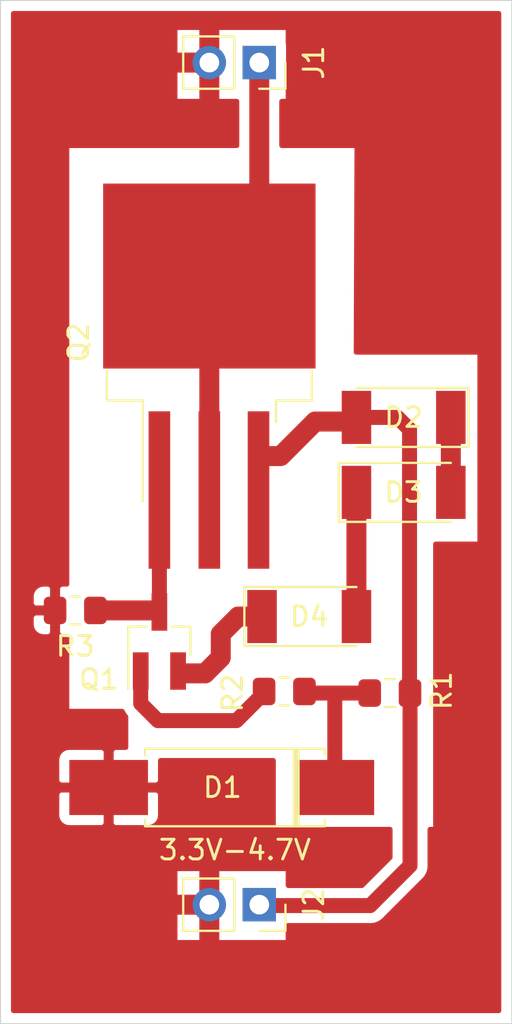
<source format=kicad_pcb>
(kicad_pcb (version 20171130) (host pcbnew 5.99.0+really5.1.10+dfsg1-1)

  (general
    (thickness 1.6)
    (drawings 4)
    (tracks 41)
    (zones 0)
    (modules 11)
    (nets 10)
  )

  (page A4)
  (layers
    (0 F.Cu signal)
    (31 B.Cu signal)
    (32 B.Adhes user)
    (33 F.Adhes user)
    (34 B.Paste user)
    (35 F.Paste user)
    (36 B.SilkS user)
    (37 F.SilkS user)
    (38 B.Mask user)
    (39 F.Mask user)
    (40 Dwgs.User user)
    (41 Cmts.User user)
    (42 Eco1.User user)
    (43 Eco2.User user)
    (44 Edge.Cuts user)
    (45 Margin user)
    (46 B.CrtYd user)
    (47 F.CrtYd user)
    (48 B.Fab user)
    (49 F.Fab user hide)
  )

  (setup
    (last_trace_width 0.25)
    (user_trace_width 0.3048)
    (user_trace_width 0.4064)
    (user_trace_width 0.508)
    (user_trace_width 0.762)
    (user_trace_width 1.016)
    (trace_clearance 0.2)
    (zone_clearance 0.508)
    (zone_45_only no)
    (trace_min 0.2)
    (via_size 0.8)
    (via_drill 0.4)
    (via_min_size 0.4)
    (via_min_drill 0.3)
    (uvia_size 0.3)
    (uvia_drill 0.1)
    (uvias_allowed no)
    (uvia_min_size 0.2)
    (uvia_min_drill 0.1)
    (edge_width 0.05)
    (segment_width 0.2)
    (pcb_text_width 0.3)
    (pcb_text_size 1.5 1.5)
    (mod_edge_width 0.12)
    (mod_text_size 1 1)
    (mod_text_width 0.15)
    (pad_size 1.524 1.524)
    (pad_drill 0.762)
    (pad_to_mask_clearance 0)
    (aux_axis_origin 0 0)
    (visible_elements FFFFFF7F)
    (pcbplotparams
      (layerselection 0x010fc_ffffffff)
      (usegerberextensions false)
      (usegerberattributes true)
      (usegerberadvancedattributes true)
      (creategerberjobfile true)
      (excludeedgelayer true)
      (linewidth 0.050000)
      (plotframeref false)
      (viasonmask false)
      (mode 1)
      (useauxorigin false)
      (hpglpennumber 1)
      (hpglpenspeed 20)
      (hpglpendiameter 15.000000)
      (psnegative false)
      (psa4output false)
      (plotreference true)
      (plotvalue true)
      (plotinvisibletext false)
      (padsonsilk false)
      (subtractmaskfromsilk false)
      (outputformat 1)
      (mirror false)
      (drillshape 0)
      (scaleselection 1)
      (outputdirectory "gerber/"))
  )

  (net 0 "")
  (net 1 GNDA)
  (net 2 "Net-(D1-Pad1)")
  (net 3 VCC)
  (net 4 "Net-(D2-Pad1)")
  (net 5 "Net-(D3-Pad1)")
  (net 6 "Net-(D4-Pad1)")
  (net 7 +5V)
  (net 8 "Net-(Q1-Pad3)")
  (net 9 "Net-(Q1-Pad1)")

  (net_class Default "This is the default net class."
    (clearance 0.2)
    (trace_width 0.25)
    (via_dia 0.8)
    (via_drill 0.4)
    (uvia_dia 0.3)
    (uvia_drill 0.1)
    (add_net +5V)
    (add_net GNDA)
    (add_net "Net-(D1-Pad1)")
    (add_net "Net-(D2-Pad1)")
    (add_net "Net-(D3-Pad1)")
    (add_net "Net-(D4-Pad1)")
    (add_net "Net-(Q1-Pad1)")
    (add_net "Net-(Q1-Pad3)")
    (add_net VCC)
  )

  (module Package_TO_SOT_SMD:TO-263-3_TabPin2 (layer F.Cu) (tedit 6127791B) (tstamp 6127CB18)
    (at 70.62 55.38 90)
    (descr "TO-263 / D2PAK / DDPAK SMD package, http://www.infineon.com/cms/en/product/packages/PG-TO263/PG-TO263-3-1/")
    (tags "D2PAK DDPAK TO-263 D2PAK-3 TO-263-3 SOT-404")
    (path /612873F5)
    (attr smd)
    (fp_text reference Q2 (at 0 -6.65 90) (layer F.SilkS)
      (effects (font (size 1 1) (thickness 0.15)))
    )
    (fp_text value Q_PMOS_GDS (at 0 6.65 90) (layer F.Fab)
      (effects (font (size 1 1) (thickness 0.15)))
    )
    (fp_line (start 8.32 -5.65) (end -8.32 -5.65) (layer F.CrtYd) (width 0.05))
    (fp_line (start 8.32 5.65) (end 8.32 -5.65) (layer F.CrtYd) (width 0.05))
    (fp_line (start -8.32 5.65) (end 8.32 5.65) (layer F.CrtYd) (width 0.05))
    (fp_line (start -8.32 -5.65) (end -8.32 5.65) (layer F.CrtYd) (width 0.05))
    (fp_line (start -2.95 3.39) (end -4.05 3.39) (layer F.SilkS) (width 0.12))
    (fp_line (start -2.95 5.2) (end -2.95 3.39) (layer F.SilkS) (width 0.12))
    (fp_line (start -1.45 5.2) (end -2.95 5.2) (layer F.SilkS) (width 0.12))
    (fp_line (start -2.95 -3.39) (end -8.075 -3.39) (layer F.SilkS) (width 0.12))
    (fp_line (start -2.95 -5.2) (end -2.95 -3.39) (layer F.SilkS) (width 0.12))
    (fp_line (start -1.45 -5.2) (end -2.95 -5.2) (layer F.SilkS) (width 0.12))
    (fp_line (start -7.45 3.04) (end -2.75 3.04) (layer F.Fab) (width 0.1))
    (fp_line (start -7.45 2.04) (end -7.45 3.04) (layer F.Fab) (width 0.1))
    (fp_line (start -2.75 2.04) (end -7.45 2.04) (layer F.Fab) (width 0.1))
    (fp_line (start -7.45 0.5) (end -2.75 0.5) (layer F.Fab) (width 0.1))
    (fp_line (start -7.45 -0.5) (end -7.45 0.5) (layer F.Fab) (width 0.1))
    (fp_line (start -2.75 -0.5) (end -7.45 -0.5) (layer F.Fab) (width 0.1))
    (fp_line (start -7.45 -2.04) (end -2.75 -2.04) (layer F.Fab) (width 0.1))
    (fp_line (start -7.45 -3.04) (end -7.45 -2.04) (layer F.Fab) (width 0.1))
    (fp_line (start -2.75 -3.04) (end -7.45 -3.04) (layer F.Fab) (width 0.1))
    (fp_line (start -1.75 -5) (end 6.5 -5) (layer F.Fab) (width 0.1))
    (fp_line (start -2.75 -4) (end -1.75 -5) (layer F.Fab) (width 0.1))
    (fp_line (start -2.75 5) (end -2.75 -4) (layer F.Fab) (width 0.1))
    (fp_line (start 6.5 5) (end -2.75 5) (layer F.Fab) (width 0.1))
    (fp_line (start 6.5 -5) (end 6.5 5) (layer F.Fab) (width 0.1))
    (fp_line (start 7.5 5) (end 6.5 5) (layer F.Fab) (width 0.1))
    (fp_line (start 7.5 -5) (end 7.5 5) (layer F.Fab) (width 0.1))
    (fp_line (start 6.5 -5) (end 7.5 -5) (layer F.Fab) (width 0.1))
    (fp_text user %R (at 0 0 90) (layer F.Fab)
      (effects (font (size 1 1) (thickness 0.15)))
    )
    (pad "" smd rect (at 0.95 2.775 90) (size 4.55 5.25) (layers F.Paste))
    (pad "" smd rect (at 5.8 -2.775 90) (size 4.55 5.25) (layers F.Paste))
    (pad "" smd rect (at 0.95 -2.775 90) (size 4.55 5.25) (layers F.Paste))
    (pad "" smd rect (at 5.8 2.775 90) (size 4.55 5.25) (layers F.Paste))
    (pad 2 smd rect (at 3.375 0 90) (size 9.4 10.8) (layers F.Cu F.Mask)
      (net 7 +5V))
    (pad 3 smd rect (at -7.5 2.5 90) (size 8 1.1) (layers F.Cu F.Paste F.Mask)
      (net 3 VCC))
    (pad 2 smd rect (at -7.5 0 90) (size 8 1.1) (layers F.Cu F.Paste F.Mask)
      (net 7 +5V))
    (pad 1 smd rect (at -7.5 -2.54 90) (size 8 1.1) (layers F.Cu F.Paste F.Mask)
      (net 8 "Net-(Q1-Pad3)"))
    (model ${KISYS3DMOD}/Package_TO_SOT_SMD.3dshapes/TO-263-3_TabPin2.wrl
      (at (xyz 0 0 0))
      (scale (xyz 1 1 1))
      (rotate (xyz 0 0 0))
    )
  )

  (module Diode_THT:D_5W_P10.16mm_Horizontal (layer F.Cu) (tedit 612775A7) (tstamp 6127D541)
    (at 77 78 180)
    (descr "Diode, 5W series, Axial, Horizontal, pin pitch=10.16mm, , length*diameter=8.9*3.7mm^2, , http://www.diodes.com/_files/packages/8686949.gif")
    (tags "Diode 5W series Axial Horizontal pin pitch 10.16mm  length 8.9mm diameter 3.7mm")
    (path /61279B58)
    (fp_text reference D1 (at 5.715 0 180) (layer F.SilkS)
      (effects (font (size 1 1) (thickness 0.15)))
    )
    (fp_text value "3.3V or 4.7V" (at 5.08 2.97 180) (layer F.Fab)
      (effects (font (size 1 1) (thickness 0.15)))
    )
    (fp_line (start 0.63 -1.85) (end 0.63 1.85) (layer F.Fab) (width 0.1))
    (fp_line (start 0.63 1.85) (end 9.53 1.85) (layer F.Fab) (width 0.1))
    (fp_line (start 9.53 1.85) (end 9.53 -1.85) (layer F.Fab) (width 0.1))
    (fp_line (start 9.53 -1.85) (end 0.63 -1.85) (layer F.Fab) (width 0.1))
    (fp_line (start 0 0) (end 0.63 0) (layer F.Fab) (width 0.1))
    (fp_line (start 10.16 0) (end 9.53 0) (layer F.Fab) (width 0.1))
    (fp_line (start 1.965 -1.85) (end 1.965 1.85) (layer F.Fab) (width 0.1))
    (fp_line (start 2.065 -1.85) (end 2.065 1.85) (layer F.Fab) (width 0.1))
    (fp_line (start 1.865 -1.85) (end 1.865 1.85) (layer F.Fab) (width 0.1))
    (fp_line (start 0.51 -1.64) (end 0.51 -1.97) (layer F.SilkS) (width 0.12))
    (fp_line (start 0.51 -1.97) (end 9.65 -1.97) (layer F.SilkS) (width 0.12))
    (fp_line (start 9.65 -1.97) (end 9.65 -1.64) (layer F.SilkS) (width 0.12))
    (fp_line (start 0.51 1.64) (end 0.51 1.97) (layer F.SilkS) (width 0.12))
    (fp_line (start 0.51 1.97) (end 9.65 1.97) (layer F.SilkS) (width 0.12))
    (fp_line (start 9.65 1.97) (end 9.65 1.64) (layer F.SilkS) (width 0.12))
    (fp_line (start 1.965 -1.97) (end 1.965 1.97) (layer F.SilkS) (width 0.12))
    (fp_line (start 2.085 -1.97) (end 2.085 1.97) (layer F.SilkS) (width 0.12))
    (fp_line (start 1.845 -1.97) (end 1.845 1.97) (layer F.SilkS) (width 0.12))
    (fp_line (start -1.65 -2.1) (end -1.65 2.1) (layer F.CrtYd) (width 0.05))
    (fp_line (start -1.65 2.1) (end 11.81 2.1) (layer F.CrtYd) (width 0.05))
    (fp_line (start 11.81 2.1) (end 11.81 -2.1) (layer F.CrtYd) (width 0.05))
    (fp_line (start 11.81 -2.1) (end -1.65 -2.1) (layer F.CrtYd) (width 0.05))
    (fp_text user %R (at 5.7475 0 180) (layer F.Fab)
      (effects (font (size 1 1) (thickness 0.15)))
    )
    (fp_text user K (at 0 -2.4 180) (layer F.Fab)
      (effects (font (size 1 1) (thickness 0.15)))
    )
    (fp_text user 3.3V-4.7V (at 5.08 -3.175 180) (layer F.SilkS)
      (effects (font (size 1 1) (thickness 0.15)))
    )
    (pad 1 smd rect (at 0 0 180) (size 4 2.8) (layers F.Cu F.Paste F.Mask)
      (net 2 "Net-(D1-Pad1)"))
    (pad 2 smd rect (at 11.5 0 180) (size 4 2.8) (layers F.Cu F.Paste F.Mask)
      (net 1 GNDA))
    (model ${KISYS3DMOD}/Diode_THT.3dshapes/D_5W_P10.16mm_Horizontal.wrl
      (at (xyz 0 0 0))
      (scale (xyz 1 1 1))
      (rotate (xyz 0 0 0))
    )
  )

  (module Resistor_SMD:R_0805_2012Metric_Pad1.15x1.40mm_HandSolder (layer F.Cu) (tedit 5B36C52B) (tstamp 6127CAA1)
    (at 63.8 69 180)
    (descr "Resistor SMD 0805 (2012 Metric), square (rectangular) end terminal, IPC_7351 nominal with elongated pad for handsoldering. (Body size source: https://docs.google.com/spreadsheets/d/1BsfQQcO9C6DZCsRaXUlFlo91Tg2WpOkGARC1WS5S8t0/edit?usp=sharing), generated with kicad-footprint-generator")
    (tags "resistor handsolder")
    (path /6129DB4E)
    (attr smd)
    (fp_text reference R3 (at 0 -1.825) (layer F.SilkS)
      (effects (font (size 1 1) (thickness 0.15)))
    )
    (fp_text value 10K (at 0 1.65) (layer F.Fab)
      (effects (font (size 1 1) (thickness 0.15)))
    )
    (fp_line (start 1.85 0.95) (end -1.85 0.95) (layer F.CrtYd) (width 0.05))
    (fp_line (start 1.85 -0.95) (end 1.85 0.95) (layer F.CrtYd) (width 0.05))
    (fp_line (start -1.85 -0.95) (end 1.85 -0.95) (layer F.CrtYd) (width 0.05))
    (fp_line (start -1.85 0.95) (end -1.85 -0.95) (layer F.CrtYd) (width 0.05))
    (fp_line (start -0.261252 0.71) (end 0.261252 0.71) (layer F.SilkS) (width 0.12))
    (fp_line (start -0.261252 -0.71) (end 0.261252 -0.71) (layer F.SilkS) (width 0.12))
    (fp_line (start 1 0.6) (end -1 0.6) (layer F.Fab) (width 0.1))
    (fp_line (start 1 -0.6) (end 1 0.6) (layer F.Fab) (width 0.1))
    (fp_line (start -1 -0.6) (end 1 -0.6) (layer F.Fab) (width 0.1))
    (fp_line (start -1 0.6) (end -1 -0.6) (layer F.Fab) (width 0.1))
    (fp_text user %R (at 0 0) (layer F.Fab)
      (effects (font (size 0.5 0.5) (thickness 0.08)))
    )
    (pad 2 smd roundrect (at 1.025 0 180) (size 1.15 1.4) (layers F.Cu F.Paste F.Mask) (roundrect_rratio 0.2173904347826087)
      (net 1 GNDA))
    (pad 1 smd roundrect (at -1.025 0 180) (size 1.15 1.4) (layers F.Cu F.Paste F.Mask) (roundrect_rratio 0.2173904347826087)
      (net 8 "Net-(Q1-Pad3)"))
    (model ${KISYS3DMOD}/Resistor_SMD.3dshapes/R_0805_2012Metric.wrl
      (at (xyz 0 0 0))
      (scale (xyz 1 1 1))
      (rotate (xyz 0 0 0))
    )
  )

  (module Resistor_SMD:R_0805_2012Metric_Pad1.15x1.40mm_HandSolder (layer F.Cu) (tedit 5B36C52B) (tstamp 6127D0EE)
    (at 74.43 73.12)
    (descr "Resistor SMD 0805 (2012 Metric), square (rectangular) end terminal, IPC_7351 nominal with elongated pad for handsoldering. (Body size source: https://docs.google.com/spreadsheets/d/1BsfQQcO9C6DZCsRaXUlFlo91Tg2WpOkGARC1WS5S8t0/edit?usp=sharing), generated with kicad-footprint-generator")
    (tags "resistor handsolder")
    (path /612BB1FF)
    (attr smd)
    (fp_text reference R2 (at -2.63 0.08 90) (layer F.SilkS)
      (effects (font (size 1 1) (thickness 0.15)))
    )
    (fp_text value 10K (at 0 1.65) (layer F.Fab)
      (effects (font (size 1 1) (thickness 0.15)))
    )
    (fp_line (start 1.85 0.95) (end -1.85 0.95) (layer F.CrtYd) (width 0.05))
    (fp_line (start 1.85 -0.95) (end 1.85 0.95) (layer F.CrtYd) (width 0.05))
    (fp_line (start -1.85 -0.95) (end 1.85 -0.95) (layer F.CrtYd) (width 0.05))
    (fp_line (start -1.85 0.95) (end -1.85 -0.95) (layer F.CrtYd) (width 0.05))
    (fp_line (start -0.261252 0.71) (end 0.261252 0.71) (layer F.SilkS) (width 0.12))
    (fp_line (start -0.261252 -0.71) (end 0.261252 -0.71) (layer F.SilkS) (width 0.12))
    (fp_line (start 1 0.6) (end -1 0.6) (layer F.Fab) (width 0.1))
    (fp_line (start 1 -0.6) (end 1 0.6) (layer F.Fab) (width 0.1))
    (fp_line (start -1 -0.6) (end 1 -0.6) (layer F.Fab) (width 0.1))
    (fp_line (start -1 0.6) (end -1 -0.6) (layer F.Fab) (width 0.1))
    (fp_text user %R (at 0 0) (layer F.Fab)
      (effects (font (size 0.5 0.5) (thickness 0.08)))
    )
    (pad 2 smd roundrect (at 1.025 0) (size 1.15 1.4) (layers F.Cu F.Paste F.Mask) (roundrect_rratio 0.2173904347826087)
      (net 2 "Net-(D1-Pad1)"))
    (pad 1 smd roundrect (at -1.025 0) (size 1.15 1.4) (layers F.Cu F.Paste F.Mask) (roundrect_rratio 0.2173904347826087)
      (net 9 "Net-(Q1-Pad1)"))
    (model ${KISYS3DMOD}/Resistor_SMD.3dshapes/R_0805_2012Metric.wrl
      (at (xyz 0 0 0))
      (scale (xyz 1 1 1))
      (rotate (xyz 0 0 0))
    )
  )

  (module Resistor_SMD:R_0805_2012Metric_Pad1.15x1.40mm_HandSolder (layer F.Cu) (tedit 5B36C52B) (tstamp 6127CB76)
    (at 79.8 73.2 180)
    (descr "Resistor SMD 0805 (2012 Metric), square (rectangular) end terminal, IPC_7351 nominal with elongated pad for handsoldering. (Body size source: https://docs.google.com/spreadsheets/d/1BsfQQcO9C6DZCsRaXUlFlo91Tg2WpOkGARC1WS5S8t0/edit?usp=sharing), generated with kicad-footprint-generator")
    (tags "resistor handsolder")
    (path /612A9072)
    (attr smd)
    (fp_text reference R1 (at -2.625 0.12 90) (layer F.SilkS)
      (effects (font (size 1 1) (thickness 0.15)))
    )
    (fp_text value 1K (at 0 1.65) (layer F.Fab)
      (effects (font (size 1 1) (thickness 0.15)))
    )
    (fp_line (start 1.85 0.95) (end -1.85 0.95) (layer F.CrtYd) (width 0.05))
    (fp_line (start 1.85 -0.95) (end 1.85 0.95) (layer F.CrtYd) (width 0.05))
    (fp_line (start -1.85 -0.95) (end 1.85 -0.95) (layer F.CrtYd) (width 0.05))
    (fp_line (start -1.85 0.95) (end -1.85 -0.95) (layer F.CrtYd) (width 0.05))
    (fp_line (start -0.261252 0.71) (end 0.261252 0.71) (layer F.SilkS) (width 0.12))
    (fp_line (start -0.261252 -0.71) (end 0.261252 -0.71) (layer F.SilkS) (width 0.12))
    (fp_line (start 1 0.6) (end -1 0.6) (layer F.Fab) (width 0.1))
    (fp_line (start 1 -0.6) (end 1 0.6) (layer F.Fab) (width 0.1))
    (fp_line (start -1 -0.6) (end 1 -0.6) (layer F.Fab) (width 0.1))
    (fp_line (start -1 0.6) (end -1 -0.6) (layer F.Fab) (width 0.1))
    (fp_text user %R (at 0 0) (layer F.Fab)
      (effects (font (size 0.5 0.5) (thickness 0.08)))
    )
    (pad 2 smd roundrect (at 1.025 0 180) (size 1.15 1.4) (layers F.Cu F.Paste F.Mask) (roundrect_rratio 0.2173904347826087)
      (net 2 "Net-(D1-Pad1)"))
    (pad 1 smd roundrect (at -1.025 0 180) (size 1.15 1.4) (layers F.Cu F.Paste F.Mask) (roundrect_rratio 0.2173904347826087)
      (net 3 VCC))
    (model ${KISYS3DMOD}/Resistor_SMD.3dshapes/R_0805_2012Metric.wrl
      (at (xyz 0 0 0))
      (scale (xyz 1 1 1))
      (rotate (xyz 0 0 0))
    )
  )

  (module Package_TO_SOT_SMD:SOT-23_Handsoldering (layer F.Cu) (tedit 5A0AB76C) (tstamp 6127CC2E)
    (at 68.08 70.58 90)
    (descr "SOT-23, Handsoldering")
    (tags SOT-23)
    (path /6128690F)
    (attr smd)
    (fp_text reference Q1 (at -1.92 -3.08 180) (layer F.SilkS)
      (effects (font (size 1 1) (thickness 0.15)))
    )
    (fp_text value Q_PNP_BEC (at 0 2.5 90) (layer F.Fab)
      (effects (font (size 1 1) (thickness 0.15)))
    )
    (fp_line (start 0.76 1.58) (end -0.7 1.58) (layer F.SilkS) (width 0.12))
    (fp_line (start -0.7 1.52) (end 0.7 1.52) (layer F.Fab) (width 0.1))
    (fp_line (start 0.7 -1.52) (end 0.7 1.52) (layer F.Fab) (width 0.1))
    (fp_line (start -0.7 -0.95) (end -0.15 -1.52) (layer F.Fab) (width 0.1))
    (fp_line (start -0.15 -1.52) (end 0.7 -1.52) (layer F.Fab) (width 0.1))
    (fp_line (start -0.7 -0.95) (end -0.7 1.5) (layer F.Fab) (width 0.1))
    (fp_line (start 0.76 -1.58) (end -2.4 -1.58) (layer F.SilkS) (width 0.12))
    (fp_line (start -2.7 1.75) (end -2.7 -1.75) (layer F.CrtYd) (width 0.05))
    (fp_line (start 2.7 1.75) (end -2.7 1.75) (layer F.CrtYd) (width 0.05))
    (fp_line (start 2.7 -1.75) (end 2.7 1.75) (layer F.CrtYd) (width 0.05))
    (fp_line (start -2.7 -1.75) (end 2.7 -1.75) (layer F.CrtYd) (width 0.05))
    (fp_line (start 0.76 -1.58) (end 0.76 -0.65) (layer F.SilkS) (width 0.12))
    (fp_line (start 0.76 1.58) (end 0.76 0.65) (layer F.SilkS) (width 0.12))
    (fp_text user %R (at 0 0) (layer F.Fab)
      (effects (font (size 0.5 0.5) (thickness 0.075)))
    )
    (pad 3 smd rect (at 1.5 0 90) (size 1.9 0.8) (layers F.Cu F.Paste F.Mask)
      (net 8 "Net-(Q1-Pad3)"))
    (pad 2 smd rect (at -1.5 0.95 90) (size 1.9 0.8) (layers F.Cu F.Paste F.Mask)
      (net 6 "Net-(D4-Pad1)"))
    (pad 1 smd rect (at -1.5 -0.95 90) (size 1.9 0.8) (layers F.Cu F.Paste F.Mask)
      (net 9 "Net-(Q1-Pad1)"))
    (model ${KISYS3DMOD}/Package_TO_SOT_SMD.3dshapes/SOT-23.wrl
      (at (xyz 0 0 0))
      (scale (xyz 1 1 1))
      (rotate (xyz 0 0 0))
    )
  )

  (module Connector_PinSocket_2.54mm:PinSocket_1x02_P2.54mm_Vertical (layer F.Cu) (tedit 5A19A420) (tstamp 6127CC6B)
    (at 73.16 83.955 270)
    (descr "Through hole straight socket strip, 1x02, 2.54mm pitch, single row (from Kicad 4.0.7), script generated")
    (tags "Through hole socket strip THT 1x02 2.54mm single row")
    (path /612762CC)
    (fp_text reference J2 (at 0 -2.77 90) (layer F.SilkS)
      (effects (font (size 1 1) (thickness 0.15)))
    )
    (fp_text value IN (at 0 5.31 90) (layer F.Fab)
      (effects (font (size 1 1) (thickness 0.15)))
    )
    (fp_line (start -1.8 4.3) (end -1.8 -1.8) (layer F.CrtYd) (width 0.05))
    (fp_line (start 1.75 4.3) (end -1.8 4.3) (layer F.CrtYd) (width 0.05))
    (fp_line (start 1.75 -1.8) (end 1.75 4.3) (layer F.CrtYd) (width 0.05))
    (fp_line (start -1.8 -1.8) (end 1.75 -1.8) (layer F.CrtYd) (width 0.05))
    (fp_line (start 0 -1.33) (end 1.33 -1.33) (layer F.SilkS) (width 0.12))
    (fp_line (start 1.33 -1.33) (end 1.33 0) (layer F.SilkS) (width 0.12))
    (fp_line (start 1.33 1.27) (end 1.33 3.87) (layer F.SilkS) (width 0.12))
    (fp_line (start -1.33 3.87) (end 1.33 3.87) (layer F.SilkS) (width 0.12))
    (fp_line (start -1.33 1.27) (end -1.33 3.87) (layer F.SilkS) (width 0.12))
    (fp_line (start -1.33 1.27) (end 1.33 1.27) (layer F.SilkS) (width 0.12))
    (fp_line (start -1.27 3.81) (end -1.27 -1.27) (layer F.Fab) (width 0.1))
    (fp_line (start 1.27 3.81) (end -1.27 3.81) (layer F.Fab) (width 0.1))
    (fp_line (start 1.27 -0.635) (end 1.27 3.81) (layer F.Fab) (width 0.1))
    (fp_line (start 0.635 -1.27) (end 1.27 -0.635) (layer F.Fab) (width 0.1))
    (fp_line (start -1.27 -1.27) (end 0.635 -1.27) (layer F.Fab) (width 0.1))
    (fp_text user %R (at 0 1.27) (layer F.Fab)
      (effects (font (size 1 1) (thickness 0.15)))
    )
    (pad 2 thru_hole oval (at 0 2.54 270) (size 1.7 1.7) (drill 1) (layers *.Cu *.Mask)
      (net 1 GNDA))
    (pad 1 thru_hole rect (at 0 0 270) (size 1.7 1.7) (drill 1) (layers *.Cu *.Mask)
      (net 3 VCC))
    (model ${KISYS3DMOD}/Connector_PinSocket_2.54mm.3dshapes/PinSocket_1x02_P2.54mm_Vertical.wrl
      (at (xyz 0 0 0))
      (scale (xyz 1 1 1))
      (rotate (xyz 0 0 0))
    )
  )

  (module Connector_PinSocket_2.54mm:PinSocket_1x02_P2.54mm_Vertical (layer F.Cu) (tedit 5A19A420) (tstamp 6127CBAB)
    (at 73.16 41.156 270)
    (descr "Through hole straight socket strip, 1x02, 2.54mm pitch, single row (from Kicad 4.0.7), script generated")
    (tags "Through hole socket strip THT 1x02 2.54mm single row")
    (path /61276A77)
    (fp_text reference J1 (at 0 -2.77 90) (layer F.SilkS)
      (effects (font (size 1 1) (thickness 0.15)))
    )
    (fp_text value OUT (at 0 5.31 90) (layer F.Fab)
      (effects (font (size 1 1) (thickness 0.15)))
    )
    (fp_line (start -1.8 4.3) (end -1.8 -1.8) (layer F.CrtYd) (width 0.05))
    (fp_line (start 1.75 4.3) (end -1.8 4.3) (layer F.CrtYd) (width 0.05))
    (fp_line (start 1.75 -1.8) (end 1.75 4.3) (layer F.CrtYd) (width 0.05))
    (fp_line (start -1.8 -1.8) (end 1.75 -1.8) (layer F.CrtYd) (width 0.05))
    (fp_line (start 0 -1.33) (end 1.33 -1.33) (layer F.SilkS) (width 0.12))
    (fp_line (start 1.33 -1.33) (end 1.33 0) (layer F.SilkS) (width 0.12))
    (fp_line (start 1.33 1.27) (end 1.33 3.87) (layer F.SilkS) (width 0.12))
    (fp_line (start -1.33 3.87) (end 1.33 3.87) (layer F.SilkS) (width 0.12))
    (fp_line (start -1.33 1.27) (end -1.33 3.87) (layer F.SilkS) (width 0.12))
    (fp_line (start -1.33 1.27) (end 1.33 1.27) (layer F.SilkS) (width 0.12))
    (fp_line (start -1.27 3.81) (end -1.27 -1.27) (layer F.Fab) (width 0.1))
    (fp_line (start 1.27 3.81) (end -1.27 3.81) (layer F.Fab) (width 0.1))
    (fp_line (start 1.27 -0.635) (end 1.27 3.81) (layer F.Fab) (width 0.1))
    (fp_line (start 0.635 -1.27) (end 1.27 -0.635) (layer F.Fab) (width 0.1))
    (fp_line (start -1.27 -1.27) (end 0.635 -1.27) (layer F.Fab) (width 0.1))
    (fp_text user %R (at 0 1.27) (layer F.Fab)
      (effects (font (size 1 1) (thickness 0.15)))
    )
    (pad 2 thru_hole oval (at 0 2.54 270) (size 1.7 1.7) (drill 1) (layers *.Cu *.Mask)
      (net 1 GNDA))
    (pad 1 thru_hole rect (at 0 0 270) (size 1.7 1.7) (drill 1) (layers *.Cu *.Mask)
      (net 7 +5V))
    (model ${KISYS3DMOD}/Connector_PinSocket_2.54mm.3dshapes/PinSocket_1x02_P2.54mm_Vertical.wrl
      (at (xyz 0 0 0))
      (scale (xyz 1 1 1))
      (rotate (xyz 0 0 0))
    )
  )

  (module Diode_SMD:D_MELF (layer F.Cu) (tedit 5905D864) (tstamp 6127CCAC)
    (at 75.7 69.31)
    (descr "Diode, MELF,,")
    (tags "Diode MELF ")
    (path /61278134)
    (attr smd)
    (fp_text reference D4 (at 0 0) (layer F.SilkS)
      (effects (font (size 1 1) (thickness 0.15)))
    )
    (fp_text value D_Small_ALT (at -0.25 2.5) (layer F.Fab)
      (effects (font (size 1 1) (thickness 0.15)))
    )
    (fp_line (start -3.4 1.6) (end -3.4 -1.6) (layer F.CrtYd) (width 0.05))
    (fp_line (start 3.4 1.6) (end -3.4 1.6) (layer F.CrtYd) (width 0.05))
    (fp_line (start 3.4 -1.6) (end 3.4 1.6) (layer F.CrtYd) (width 0.05))
    (fp_line (start -3.4 -1.6) (end 3.4 -1.6) (layer F.CrtYd) (width 0.05))
    (fp_line (start -0.64944 0.00102) (end 0.50118 -0.79908) (layer F.Fab) (width 0.1))
    (fp_line (start -0.64944 0.00102) (end 0.50118 0.75032) (layer F.Fab) (width 0.1))
    (fp_line (start 0.50118 0.75032) (end 0.50118 -0.79908) (layer F.Fab) (width 0.1))
    (fp_line (start -0.64944 -0.79908) (end -0.64944 0.80112) (layer F.Fab) (width 0.1))
    (fp_line (start 0.50118 0.00102) (end 1.4994 0.00102) (layer F.Fab) (width 0.1))
    (fp_line (start -0.64944 0.00102) (end -1.55114 0.00102) (layer F.Fab) (width 0.1))
    (fp_line (start 2.6 1.3) (end 2.6 -1.3) (layer F.Fab) (width 0.1))
    (fp_line (start -2.6 1.3) (end 2.6 1.3) (layer F.Fab) (width 0.1))
    (fp_line (start -2.6 -1.3) (end -2.6 1.3) (layer F.Fab) (width 0.1))
    (fp_line (start 2.6 -1.3) (end -2.6 -1.3) (layer F.Fab) (width 0.1))
    (fp_line (start -3.3 1.5) (end 2.4 1.5) (layer F.SilkS) (width 0.12))
    (fp_line (start -3.3 -1.5) (end -3.3 1.5) (layer F.SilkS) (width 0.12))
    (fp_line (start 2.4 -1.5) (end -3.3 -1.5) (layer F.SilkS) (width 0.12))
    (fp_text user %R (at 0 -2.5) (layer F.Fab)
      (effects (font (size 1 1) (thickness 0.15)))
    )
    (pad 2 smd rect (at 2.4 0) (size 1.5 2.7) (layers F.Cu F.Paste F.Mask)
      (net 5 "Net-(D3-Pad1)"))
    (pad 1 smd rect (at -2.4 0) (size 1.5 2.7) (layers F.Cu F.Paste F.Mask)
      (net 6 "Net-(D4-Pad1)"))
    (model ${KISYS3DMOD}/Diode_SMD.3dshapes/D_MELF.wrl
      (at (xyz 0 0 0))
      (scale (xyz 1 1 1))
      (rotate (xyz 0 0 0))
    )
  )

  (module Diode_SMD:D_MELF (layer F.Cu) (tedit 5905D864) (tstamp 6127CCF1)
    (at 80.5 63)
    (descr "Diode, MELF,,")
    (tags "Diode MELF ")
    (path /61278903)
    (attr smd)
    (fp_text reference D3 (at 0 0) (layer F.SilkS)
      (effects (font (size 1 1) (thickness 0.15)))
    )
    (fp_text value D_Small_ALT (at -0.25 2.5) (layer F.Fab)
      (effects (font (size 1 1) (thickness 0.15)))
    )
    (fp_line (start -3.4 1.6) (end -3.4 -1.6) (layer F.CrtYd) (width 0.05))
    (fp_line (start 3.4 1.6) (end -3.4 1.6) (layer F.CrtYd) (width 0.05))
    (fp_line (start 3.4 -1.6) (end 3.4 1.6) (layer F.CrtYd) (width 0.05))
    (fp_line (start -3.4 -1.6) (end 3.4 -1.6) (layer F.CrtYd) (width 0.05))
    (fp_line (start -0.64944 0.00102) (end 0.50118 -0.79908) (layer F.Fab) (width 0.1))
    (fp_line (start -0.64944 0.00102) (end 0.50118 0.75032) (layer F.Fab) (width 0.1))
    (fp_line (start 0.50118 0.75032) (end 0.50118 -0.79908) (layer F.Fab) (width 0.1))
    (fp_line (start -0.64944 -0.79908) (end -0.64944 0.80112) (layer F.Fab) (width 0.1))
    (fp_line (start 0.50118 0.00102) (end 1.4994 0.00102) (layer F.Fab) (width 0.1))
    (fp_line (start -0.64944 0.00102) (end -1.55114 0.00102) (layer F.Fab) (width 0.1))
    (fp_line (start 2.6 1.3) (end 2.6 -1.3) (layer F.Fab) (width 0.1))
    (fp_line (start -2.6 1.3) (end 2.6 1.3) (layer F.Fab) (width 0.1))
    (fp_line (start -2.6 -1.3) (end -2.6 1.3) (layer F.Fab) (width 0.1))
    (fp_line (start 2.6 -1.3) (end -2.6 -1.3) (layer F.Fab) (width 0.1))
    (fp_line (start -3.3 1.5) (end 2.4 1.5) (layer F.SilkS) (width 0.12))
    (fp_line (start -3.3 -1.5) (end -3.3 1.5) (layer F.SilkS) (width 0.12))
    (fp_line (start 2.4 -1.5) (end -3.3 -1.5) (layer F.SilkS) (width 0.12))
    (fp_text user %R (at 0 -2.5) (layer F.Fab)
      (effects (font (size 1 1) (thickness 0.15)))
    )
    (pad 2 smd rect (at 2.4 0) (size 1.5 2.7) (layers F.Cu F.Paste F.Mask)
      (net 4 "Net-(D2-Pad1)"))
    (pad 1 smd rect (at -2.4 0) (size 1.5 2.7) (layers F.Cu F.Paste F.Mask)
      (net 5 "Net-(D3-Pad1)"))
    (model ${KISYS3DMOD}/Diode_SMD.3dshapes/D_MELF.wrl
      (at (xyz 0 0 0))
      (scale (xyz 1 1 1))
      (rotate (xyz 0 0 0))
    )
  )

  (module Diode_SMD:D_MELF (layer F.Cu) (tedit 5905D864) (tstamp 6127CBEC)
    (at 80.5 59.19 180)
    (descr "Diode, MELF,,")
    (tags "Diode MELF ")
    (path /61278C65)
    (attr smd)
    (fp_text reference D2 (at 0 0) (layer F.SilkS)
      (effects (font (size 1 1) (thickness 0.15)))
    )
    (fp_text value D_Small_ALT (at -0.25 2.5) (layer F.Fab)
      (effects (font (size 1 1) (thickness 0.15)))
    )
    (fp_line (start -3.4 1.6) (end -3.4 -1.6) (layer F.CrtYd) (width 0.05))
    (fp_line (start 3.4 1.6) (end -3.4 1.6) (layer F.CrtYd) (width 0.05))
    (fp_line (start 3.4 -1.6) (end 3.4 1.6) (layer F.CrtYd) (width 0.05))
    (fp_line (start -3.4 -1.6) (end 3.4 -1.6) (layer F.CrtYd) (width 0.05))
    (fp_line (start -0.64944 0.00102) (end 0.50118 -0.79908) (layer F.Fab) (width 0.1))
    (fp_line (start -0.64944 0.00102) (end 0.50118 0.75032) (layer F.Fab) (width 0.1))
    (fp_line (start 0.50118 0.75032) (end 0.50118 -0.79908) (layer F.Fab) (width 0.1))
    (fp_line (start -0.64944 -0.79908) (end -0.64944 0.80112) (layer F.Fab) (width 0.1))
    (fp_line (start 0.50118 0.00102) (end 1.4994 0.00102) (layer F.Fab) (width 0.1))
    (fp_line (start -0.64944 0.00102) (end -1.55114 0.00102) (layer F.Fab) (width 0.1))
    (fp_line (start 2.6 1.3) (end 2.6 -1.3) (layer F.Fab) (width 0.1))
    (fp_line (start -2.6 1.3) (end 2.6 1.3) (layer F.Fab) (width 0.1))
    (fp_line (start -2.6 -1.3) (end -2.6 1.3) (layer F.Fab) (width 0.1))
    (fp_line (start 2.6 -1.3) (end -2.6 -1.3) (layer F.Fab) (width 0.1))
    (fp_line (start -3.3 1.5) (end 2.4 1.5) (layer F.SilkS) (width 0.12))
    (fp_line (start -3.3 -1.5) (end -3.3 1.5) (layer F.SilkS) (width 0.12))
    (fp_line (start 2.4 -1.5) (end -3.3 -1.5) (layer F.SilkS) (width 0.12))
    (fp_text user %R (at 0 -2.5) (layer F.Fab)
      (effects (font (size 1 1) (thickness 0.15)))
    )
    (pad 2 smd rect (at 2.4 0 180) (size 1.5 2.7) (layers F.Cu F.Paste F.Mask)
      (net 3 VCC))
    (pad 1 smd rect (at -2.4 0 180) (size 1.5 2.7) (layers F.Cu F.Paste F.Mask)
      (net 4 "Net-(D2-Pad1)"))
    (model ${KISYS3DMOD}/Diode_SMD.3dshapes/D_MELF.wrl
      (at (xyz 0 0 0))
      (scale (xyz 1 1 1))
      (rotate (xyz 0 0 0))
    )
  )

  (gr_line (start 86 38) (end 60 38) (layer Edge.Cuts) (width 0.05) (tstamp 6127C180))
  (gr_line (start 86 90) (end 86 38) (layer Edge.Cuts) (width 0.05))
  (gr_line (start 60 90) (end 86 90) (layer Edge.Cuts) (width 0.05))
  (gr_line (start 60 38) (end 60 90) (layer Edge.Cuts) (width 0.05) (tstamp 6127CA8F))

  (segment (start 70.62 41.156) (end 68.094 41.156) (width 1.016) (layer F.Cu) (net 1))
  (segment (start 70.62 41.156) (end 70.62 43.87) (width 1.016) (layer F.Cu) (net 1))
  (segment (start 70.62 41.156) (end 70.62 39.37) (width 1.016) (layer F.Cu) (net 1))
  (segment (start 70.62 83.955) (end 70.62 81.37) (width 1.016) (layer F.Cu) (net 1))
  (segment (start 70.62 83.955) (end 68.295 83.955) (width 1.016) (layer F.Cu) (net 1))
  (segment (start 70.62 83.955) (end 70.62 86.37) (width 1.016) (layer F.Cu) (net 1))
  (segment (start 78.775 73.2) (end 77 73.2) (width 0.762) (layer F.Cu) (net 2))
  (segment (start 77 73.2) (end 77 77.6) (width 0.762) (layer F.Cu) (net 2))
  (segment (start 77 73.2) (end 75.4 73.2) (width 0.762) (layer F.Cu) (net 2))
  (segment (start 73.16 61.155) (end 74.245 61.155) (width 1.016) (layer F.Cu) (net 3))
  (segment (start 74.245 61.155) (end 76 59.4) (width 1.016) (layer F.Cu) (net 3))
  (segment (start 76 59.4) (end 78.2 59.4) (width 1.016) (layer F.Cu) (net 3))
  (segment (start 78.1 59.19) (end 80.19 59.19) (width 0.762) (layer F.Cu) (net 3))
  (segment (start 80.19 59.19) (end 80.8 59.8) (width 0.762) (layer F.Cu) (net 3))
  (segment (start 80.8 59.8) (end 80.8 73) (width 0.762) (layer F.Cu) (net 3))
  (segment (start 80.825 73.2) (end 80.825 81.975) (width 0.762) (layer F.Cu) (net 3))
  (segment (start 80.825 81.975) (end 78.8 84) (width 0.762) (layer F.Cu) (net 3))
  (segment (start 78.8 84) (end 73.2 84) (width 0.762) (layer F.Cu) (net 3))
  (segment (start 82.9 59.19) (end 82.9 63.1) (width 1.016) (layer F.Cu) (net 4))
  (segment (start 82.9 63.1) (end 82.8 63.2) (width 1.016) (layer F.Cu) (net 4))
  (segment (start 78.1 63) (end 78.1 69.3) (width 1.016) (layer F.Cu) (net 5))
  (segment (start 78.1 69.3) (end 78.2 69.4) (width 1.016) (layer F.Cu) (net 5))
  (segment (start 78.2 69.4) (end 78.2 69.2) (width 1.016) (layer F.Cu) (net 5))
  (segment (start 73.3 69.31) (end 72.09 69.31) (width 1.016) (layer F.Cu) (net 6))
  (segment (start 72.09 69.31) (end 71.2 70.2) (width 1.016) (layer F.Cu) (net 6))
  (segment (start 71.2 70.2) (end 71.2 71.4) (width 1.016) (layer F.Cu) (net 6))
  (segment (start 71.2 71.4) (end 70.4 72.2) (width 1.016) (layer F.Cu) (net 6))
  (segment (start 70.4 72.2) (end 69.2 72.2) (width 1.016) (layer F.Cu) (net 6))
  (segment (start 73.16 41.156) (end 73.16 49.84) (width 1.016) (layer F.Cu) (net 7))
  (segment (start 73.16 49.84) (end 73 50) (width 1.016) (layer F.Cu) (net 7))
  (segment (start 70.62 61.155) (end 70.62 53.38) (width 1.016) (layer F.Cu) (net 7))
  (segment (start 70.62 53.38) (end 71 53) (width 1.016) (layer F.Cu) (net 7))
  (segment (start 64.825 69) (end 67.95 69) (width 1.016) (layer F.Cu) (net 8))
  (segment (start 68.08 69.08) (end 68.08 61.88) (width 0.762) (layer F.Cu) (net 8))
  (segment (start 68.08 61.88) (end 68 61.8) (width 0.762) (layer F.Cu) (net 8))
  (segment (start 68 61.8) (end 68 62) (width 0.762) (layer F.Cu) (net 8))
  (segment (start 72 74.6) (end 68 74.6) (width 0.762) (layer F.Cu) (net 9))
  (segment (start 73.405 73.195) (end 72 74.6) (width 0.762) (layer F.Cu) (net 9))
  (segment (start 73.405 73.12) (end 73.405 73.195) (width 0.762) (layer F.Cu) (net 9))
  (segment (start 67.13 73.73) (end 68 74.6) (width 0.762) (layer F.Cu) (net 9))
  (segment (start 67.13 72.08) (end 67.13 73.73) (width 0.762) (layer F.Cu) (net 9))

  (zone (net 1) (net_name GNDA) (layer F.Cu) (tstamp 6127DA1F) (hatch edge 0.508)
    (connect_pads (clearance 0.508))
    (min_thickness 0.254)
    (fill yes (arc_segments 32) (thermal_gap 0.508) (thermal_bridge_width 0.508))
    (polygon
      (pts
        (xy 86 90) (xy 60 90) (xy 60 38) (xy 86 38)
      )
    )
    (filled_polygon
      (pts
        (xy 85.34 89.34) (xy 60.66 89.34) (xy 60.66 79.4) (xy 62.861928 79.4) (xy 62.874188 79.524482)
        (xy 62.910498 79.64418) (xy 62.969463 79.754494) (xy 63.048815 79.851185) (xy 63.145506 79.930537) (xy 63.25582 79.989502)
        (xy 63.375518 80.025812) (xy 63.5 80.038072) (xy 65.21425 80.035) (xy 65.373 79.87625) (xy 65.373 78.127)
        (xy 65.627 78.127) (xy 65.627 79.87625) (xy 65.78575 80.035) (xy 67.5 80.038072) (xy 67.624482 80.025812)
        (xy 67.74418 79.989502) (xy 67.854494 79.930537) (xy 67.951185 79.851185) (xy 68.030537 79.754494) (xy 68.089502 79.64418)
        (xy 68.125812 79.524482) (xy 68.138072 79.4) (xy 68.135 78.28575) (xy 67.97625 78.127) (xy 65.627 78.127)
        (xy 65.373 78.127) (xy 63.02375 78.127) (xy 62.865 78.28575) (xy 62.861928 79.4) (xy 60.66 79.4)
        (xy 60.66 76.6) (xy 62.861928 76.6) (xy 62.865 77.71425) (xy 63.02375 77.873) (xy 65.373 77.873)
        (xy 65.373 76.12375) (xy 65.21425 75.965) (xy 63.5 75.961928) (xy 63.375518 75.974188) (xy 63.25582 76.010498)
        (xy 63.145506 76.069463) (xy 63.048815 76.148815) (xy 62.969463 76.245506) (xy 62.910498 76.35582) (xy 62.874188 76.475518)
        (xy 62.861928 76.6) (xy 60.66 76.6) (xy 60.66 69.7) (xy 61.561928 69.7) (xy 61.574188 69.824482)
        (xy 61.610498 69.94418) (xy 61.669463 70.054494) (xy 61.748815 70.151185) (xy 61.845506 70.230537) (xy 61.95582 70.289502)
        (xy 62.075518 70.325812) (xy 62.2 70.338072) (xy 62.48925 70.335) (xy 62.648 70.17625) (xy 62.648 69.127)
        (xy 61.72375 69.127) (xy 61.565 69.28575) (xy 61.561928 69.7) (xy 60.66 69.7) (xy 60.66 68.3)
        (xy 61.561928 68.3) (xy 61.565 68.71425) (xy 61.72375 68.873) (xy 62.648 68.873) (xy 62.648 67.82375)
        (xy 62.902 67.82375) (xy 62.902 68.873) (xy 62.922 68.873) (xy 62.922 69.127) (xy 62.902 69.127)
        (xy 62.902 70.17625) (xy 63.06075 70.335) (xy 63.35 70.338072) (xy 63.373 70.335807) (xy 63.373 74)
        (xy 63.37544 74.024776) (xy 63.382667 74.048601) (xy 63.394403 74.070557) (xy 63.410197 74.089803) (xy 63.429443 74.105597)
        (xy 63.451399 74.117333) (xy 63.475224 74.12456) (xy 63.5 74.127) (xy 66.190173 74.127) (xy 66.281141 74.29719)
        (xy 66.373 74.40912) (xy 66.373 75.963948) (xy 65.78575 75.965) (xy 65.627 76.12375) (xy 65.627 77.873)
        (xy 67.97625 77.873) (xy 68.135 77.71425) (xy 68.137998 76.627) (xy 73.873 76.627) (xy 73.873 80)
        (xy 73.87544 80.024776) (xy 73.882667 80.048601) (xy 73.894403 80.070557) (xy 73.910197 80.089803) (xy 73.929443 80.105597)
        (xy 73.951399 80.117333) (xy 73.975224 80.12456) (xy 74 80.127) (xy 79.809001 80.127) (xy 79.809001 81.554158)
        (xy 78.37916 82.984) (xy 74.636155 82.984) (xy 74.635812 82.980518) (xy 74.627 82.951469) (xy 74.627 82.25)
        (xy 74.62456 82.225224) (xy 74.617333 82.201399) (xy 74.605597 82.179443) (xy 74.589803 82.160197) (xy 74.570557 82.144403)
        (xy 74.548601 82.132667) (xy 74.524776 82.12544) (xy 74.5 82.123) (xy 69 82.123) (xy 68.975224 82.12544)
        (xy 68.951399 82.132667) (xy 68.929443 82.144403) (xy 68.910197 82.160197) (xy 68.894403 82.179443) (xy 68.882667 82.201399)
        (xy 68.87544 82.225224) (xy 68.873 82.25) (xy 68.873 85.75) (xy 68.87544 85.774776) (xy 68.882667 85.798601)
        (xy 68.894403 85.820557) (xy 68.910197 85.839803) (xy 68.929443 85.855597) (xy 68.951399 85.867333) (xy 68.975224 85.87456)
        (xy 69 85.877) (xy 74.5 85.877) (xy 74.524776 85.87456) (xy 74.548601 85.867333) (xy 74.570557 85.855597)
        (xy 74.589803 85.839803) (xy 74.605597 85.820557) (xy 74.617333 85.798601) (xy 74.62456 85.774776) (xy 74.627 85.75)
        (xy 74.627 85.016) (xy 78.750098 85.016) (xy 78.8 85.020915) (xy 78.849902 85.016) (xy 78.999171 85.001298)
        (xy 79.190687 84.943202) (xy 79.36719 84.84886) (xy 79.521896 84.721896) (xy 79.553712 84.683128) (xy 81.508133 82.728708)
        (xy 81.546896 82.696896) (xy 81.67386 82.54219) (xy 81.768202 82.365687) (xy 81.810811 82.225224) (xy 81.826298 82.174172)
        (xy 81.831338 82.123) (xy 81.841 82.024902) (xy 81.841 82.024895) (xy 81.845914 81.975001) (xy 81.841 81.925107)
        (xy 81.841 80.127) (xy 82 80.127) (xy 82.024776 80.12456) (xy 82.048601 80.117333) (xy 82.070557 80.105597)
        (xy 82.089803 80.089803) (xy 82.105597 80.070557) (xy 82.117333 80.048601) (xy 82.12456 80.024776) (xy 82.127 80)
        (xy 82.127 65.627) (xy 84.25 65.627) (xy 84.274776 65.62456) (xy 84.298601 65.617333) (xy 84.320557 65.605597)
        (xy 84.339803 65.589803) (xy 84.355597 65.570557) (xy 84.367333 65.548601) (xy 84.37456 65.524776) (xy 84.377 65.5)
        (xy 84.377 56) (xy 84.37456 55.975224) (xy 84.367333 55.951399) (xy 84.355597 55.929443) (xy 84.339803 55.910197)
        (xy 84.320557 55.894403) (xy 84.298601 55.882667) (xy 84.274776 55.87544) (xy 84.25 55.873) (xy 78.087857 55.873)
        (xy 78.126999 45.500479) (xy 78.12456 45.475224) (xy 78.117333 45.451399) (xy 78.105597 45.429443) (xy 78.089803 45.410197)
        (xy 78.070557 45.394403) (xy 78.048601 45.382667) (xy 78.024776 45.37544) (xy 78 45.373) (xy 74.303 45.373)
        (xy 74.303 43.127) (xy 74.5 43.127) (xy 74.524776 43.12456) (xy 74.548601 43.117333) (xy 74.570557 43.105597)
        (xy 74.589803 43.089803) (xy 74.605597 43.070557) (xy 74.617333 43.048601) (xy 74.62456 43.024776) (xy 74.627 43)
        (xy 74.627 42.159531) (xy 74.635812 42.130482) (xy 74.648072 42.006) (xy 74.648072 40.306) (xy 74.635812 40.181518)
        (xy 74.627 40.152469) (xy 74.627 39.5) (xy 74.62456 39.475224) (xy 74.617333 39.451399) (xy 74.605597 39.429443)
        (xy 74.589803 39.410197) (xy 74.570557 39.394403) (xy 74.548601 39.382667) (xy 74.524776 39.37544) (xy 74.5 39.373)
        (xy 69 39.373) (xy 68.975224 39.37544) (xy 68.951399 39.382667) (xy 68.929443 39.394403) (xy 68.910197 39.410197)
        (xy 68.894403 39.429443) (xy 68.882667 39.451399) (xy 68.87544 39.475224) (xy 68.873 39.5) (xy 68.873 43)
        (xy 68.87544 43.024776) (xy 68.882667 43.048601) (xy 68.894403 43.070557) (xy 68.910197 43.089803) (xy 68.929443 43.105597)
        (xy 68.951399 43.117333) (xy 68.975224 43.12456) (xy 69 43.127) (xy 72.017 43.127) (xy 72.017 45.373)
        (xy 63.5 45.373) (xy 63.475224 45.37544) (xy 63.451399 45.382667) (xy 63.429443 45.394403) (xy 63.410197 45.410197)
        (xy 63.394403 45.429443) (xy 63.382667 45.451399) (xy 63.37544 45.475224) (xy 63.373 45.5) (xy 63.373 67.664193)
        (xy 63.35 67.661928) (xy 63.06075 67.665) (xy 62.902 67.82375) (xy 62.648 67.82375) (xy 62.48925 67.665)
        (xy 62.2 67.661928) (xy 62.075518 67.674188) (xy 61.95582 67.710498) (xy 61.845506 67.769463) (xy 61.748815 67.848815)
        (xy 61.669463 67.945506) (xy 61.610498 68.05582) (xy 61.574188 68.175518) (xy 61.561928 68.3) (xy 60.66 68.3)
        (xy 60.66 38.66) (xy 85.340001 38.66)
      )
    )
  )
  (zone (net 0) (net_name "") (layer F.Cu) (tstamp 0) (hatch edge 0.508)
    (connect_pads (clearance 0.508))
    (min_thickness 0.254)
    (keepout (tracks allowed) (vias allowed) (copperpour not_allowed))
    (fill (arc_segments 32) (thermal_gap 0.508) (thermal_bridge_width 0.508))
    (polygon
      (pts
        (xy 84.25 65.5) (xy 82 65.5) (xy 82 80) (xy 74 80) (xy 74 76.5)
        (xy 66.5 76.5) (xy 66.5 74) (xy 63.5 74) (xy 63.5 68) (xy 63.5 59)
        (xy 63.5 45.5) (xy 78 45.5) (xy 77.960377 56) (xy 84.25 56)
      )
    )
  )
  (zone (net 0) (net_name "") (layer F.Cu) (tstamp 0) (hatch edge 0.508)
    (connect_pads (clearance 0.508))
    (min_thickness 0.254)
    (keepout (tracks allowed) (vias allowed) (copperpour not_allowed))
    (fill (arc_segments 32) (thermal_gap 0.508) (thermal_bridge_width 0.508))
    (polygon
      (pts
        (xy 74.5 43) (xy 69 43) (xy 69 39.5) (xy 74.5 39.5)
      )
    )
  )
  (zone (net 0) (net_name "") (layer F.Cu) (tstamp 6127D759) (hatch edge 0.508)
    (connect_pads (clearance 0.508))
    (min_thickness 0.254)
    (keepout (tracks allowed) (vias allowed) (copperpour not_allowed))
    (fill (arc_segments 32) (thermal_gap 0.508) (thermal_bridge_width 0.508))
    (polygon
      (pts
        (xy 74.5 85.75) (xy 69 85.75) (xy 69 82.25) (xy 74.5 82.25)
      )
    )
  )
)

</source>
